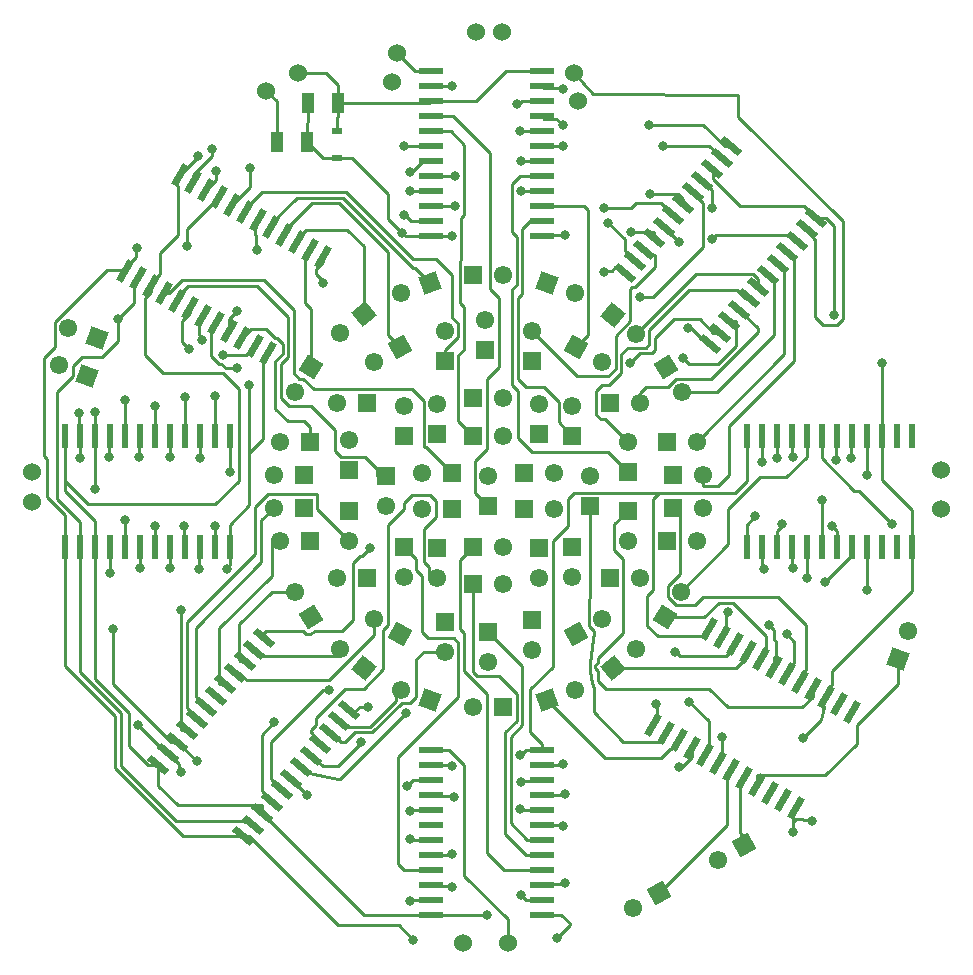
<source format=gbr>
G04*
G04 #@! TF.GenerationSoftware,Altium Limited,Altium Designer,23.1.1 (15)*
G04*
G04 Layer_Physical_Order=1*
G04 Layer_Color=255*
%FSLAX44Y44*%
%MOMM*%
G71*
G04*
G04 #@! TF.SameCoordinates,EA72E859-7E5F-47E5-BE6D-6BCC4CF4D1DD*
G04*
G04*
G04 #@! TF.FilePolarity,Positive*
G04*
G01*
G75*
%ADD29R,1.0557X1.6582*%
%ADD30R,0.8300X0.6300*%
%ADD31R,0.6000X2.0000*%
G04:AMPARAMS|DCode=32|XSize=2mm|YSize=0.6mm|CornerRadius=0mm|HoleSize=0mm|Usage=FLASHONLY|Rotation=60.000|XOffset=0mm|YOffset=0mm|HoleType=Round|Shape=Rectangle|*
%AMROTATEDRECTD32*
4,1,4,-0.2402,-1.0160,-0.7598,-0.7160,0.2402,1.0160,0.7598,0.7160,-0.2402,-1.0160,0.0*
%
%ADD32ROTATEDRECTD32*%

%ADD33R,2.0000X0.6000*%
G04:AMPARAMS|DCode=34|XSize=2mm|YSize=0.6mm|CornerRadius=0mm|HoleSize=0mm|Usage=FLASHONLY|Rotation=320.000|XOffset=0mm|YOffset=0mm|HoleType=Round|Shape=Rectangle|*
%AMROTATEDRECTD34*
4,1,4,-0.9589,0.4130,-0.5732,0.8726,0.9589,-0.4130,0.5732,-0.8726,-0.9589,0.4130,0.0*
%
%ADD34ROTATEDRECTD34*%

%ADD49C,0.2220*%
%ADD50C,0.2220*%
%ADD51C,1.5500*%
%ADD52P,2.1920X4X245.0*%
%ADD53C,1.5240*%
%ADD54R,1.5500X1.5500*%
%ADD55P,2.1920X4X115.0*%
%ADD56P,2.1920X4X255.0*%
%ADD57R,1.5500X1.5500*%
%ADD58P,2.1920X4X103.0*%
%ADD59P,2.1920X4X84.0*%
%ADD60P,2.1920X4X195.0*%
%ADD61P,2.1920X4X205.0*%
%ADD62P,2.1920X4X186.0*%
%ADD63P,2.1920X4X167.0*%
%ADD64C,0.8000*%
D29*
X-153670Y295910D02*
D03*
X-179195D02*
D03*
X-152525Y328930D02*
D03*
X-127000D02*
D03*
D30*
X-128270Y304800D02*
D03*
Y282500D02*
D03*
D31*
X-218900Y47000D02*
D03*
X-231600D02*
D03*
X-244300D02*
D03*
X-257000D02*
D03*
X-269700D02*
D03*
X-282400D02*
D03*
X-295100D02*
D03*
X-320500D02*
D03*
X-333200D02*
D03*
X-345900D02*
D03*
X-358600D02*
D03*
Y-47000D02*
D03*
X-345900D02*
D03*
X-333200D02*
D03*
X-320500D02*
D03*
X-295100D02*
D03*
X-282400D02*
D03*
X-269700D02*
D03*
X-257000D02*
D03*
X-244300D02*
D03*
X-231600D02*
D03*
X-307800D02*
D03*
Y47000D02*
D03*
X-218900Y-47000D02*
D03*
X358600D02*
D03*
X333200Y47000D02*
D03*
X218900D02*
D03*
X320500D02*
D03*
X269700D02*
D03*
X257000D02*
D03*
X307800D02*
D03*
X282400Y-47000D02*
D03*
X257000D02*
D03*
X244300Y47000D02*
D03*
X295100D02*
D03*
X269700Y-47000D02*
D03*
X244300D02*
D03*
X231600D02*
D03*
Y47000D02*
D03*
X282400D02*
D03*
X320500Y-47000D02*
D03*
X307800D02*
D03*
X295100D02*
D03*
X218900D02*
D03*
X333200D02*
D03*
X345900D02*
D03*
X358600Y47000D02*
D03*
X345900D02*
D03*
D32*
X260672Y-268098D02*
D03*
X285675Y-173992D02*
D03*
X186688Y-116841D02*
D03*
X-186688Y116842D02*
D03*
X274677Y-167642D02*
D03*
X230682Y-142241D02*
D03*
X219684Y-135892D02*
D03*
X263678Y-161292D02*
D03*
X194681Y-229998D02*
D03*
X172684Y-217298D02*
D03*
X208685Y-129542D02*
D03*
X252679Y-154942D02*
D03*
X183682Y-223648D02*
D03*
X161685Y-210948D02*
D03*
X150687Y-204599D02*
D03*
X197687Y-123191D02*
D03*
X241681Y-148592D02*
D03*
X227677Y-249048D02*
D03*
X216678Y-242698D02*
D03*
X205679Y-236348D02*
D03*
X139688Y-198248D02*
D03*
X238675Y-255398D02*
D03*
X249673Y-261749D02*
D03*
X307672Y-186691D02*
D03*
X296674Y-180341D02*
D03*
X-216678Y242698D02*
D03*
X-197687Y123191D02*
D03*
X-263678Y161292D02*
D03*
X-139688Y198248D02*
D03*
X-150687Y204599D02*
D03*
X-161685Y210948D02*
D03*
X-172683Y217298D02*
D03*
X-183682Y223648D02*
D03*
X-194681Y229998D02*
D03*
X-205679Y236348D02*
D03*
X-227677Y249049D02*
D03*
X-238675Y255398D02*
D03*
X-249673Y261749D02*
D03*
X-260672Y268099D02*
D03*
X-307672Y186692D02*
D03*
X-296674Y180341D02*
D03*
X-285675Y173992D02*
D03*
X-274676Y167642D02*
D03*
X-252679Y154942D02*
D03*
X-241681Y148592D02*
D03*
X-230682Y142241D02*
D03*
X-219684Y135892D02*
D03*
X-208685Y129542D02*
D03*
D33*
X45730Y-218900D02*
D03*
X-48270D02*
D03*
Y-231600D02*
D03*
Y-244300D02*
D03*
Y-257000D02*
D03*
Y-269700D02*
D03*
Y-282400D02*
D03*
Y-295100D02*
D03*
Y-307800D02*
D03*
Y-320500D02*
D03*
Y-333200D02*
D03*
Y-345900D02*
D03*
Y-358600D02*
D03*
X45730D02*
D03*
Y-345900D02*
D03*
Y-333200D02*
D03*
Y-320500D02*
D03*
Y-307800D02*
D03*
Y-295100D02*
D03*
Y-282400D02*
D03*
Y-269700D02*
D03*
Y-257000D02*
D03*
Y-244300D02*
D03*
Y-231600D02*
D03*
X-48270Y254000D02*
D03*
Y304800D02*
D03*
X45730Y266700D02*
D03*
Y292100D02*
D03*
Y228600D02*
D03*
Y241300D02*
D03*
Y254000D02*
D03*
Y304800D02*
D03*
Y317500D02*
D03*
X-48270D02*
D03*
Y292100D02*
D03*
Y279400D02*
D03*
Y266700D02*
D03*
Y241300D02*
D03*
Y228600D02*
D03*
X45730Y279400D02*
D03*
Y215900D02*
D03*
Y330200D02*
D03*
Y342900D02*
D03*
Y355600D02*
D03*
X-48270D02*
D03*
Y342900D02*
D03*
Y330200D02*
D03*
Y215900D02*
D03*
D34*
X-117747Y-184983D02*
D03*
X-189755Y-124561D02*
D03*
X-197919Y-134289D02*
D03*
X-206082Y-144018D02*
D03*
X-214245Y-153747D02*
D03*
X-222409Y-163476D02*
D03*
X-230572Y-173205D02*
D03*
X-238736Y-182934D02*
D03*
X-246899Y-192662D02*
D03*
X-255063Y-202391D02*
D03*
X-263226Y-212120D02*
D03*
X-271389Y-221848D02*
D03*
X-279553Y-231577D02*
D03*
X-207544Y-291999D02*
D03*
X-199381Y-282271D02*
D03*
X-191218Y-272542D02*
D03*
X-183054Y-262813D02*
D03*
X-174891Y-253084D02*
D03*
X-166728Y-243355D02*
D03*
X-158564Y-233627D02*
D03*
X-150400Y-223898D02*
D03*
X-142238Y-214169D02*
D03*
X-134074Y-204440D02*
D03*
X-125910Y-194712D02*
D03*
X115947Y184983D02*
D03*
X189418Y272542D02*
D03*
X197581Y282271D02*
D03*
X205745Y291999D02*
D03*
X277753Y231577D02*
D03*
X269590Y221849D02*
D03*
X261426Y212120D02*
D03*
X187955Y124561D02*
D03*
X228772Y173205D02*
D03*
X220609Y163476D02*
D03*
X140438Y214169D02*
D03*
X124110Y194712D02*
D03*
X132274Y204440D02*
D03*
X148601Y223898D02*
D03*
X156764Y233627D02*
D03*
X164928Y243355D02*
D03*
X253262Y202391D02*
D03*
X245099Y192662D02*
D03*
X212446Y153747D02*
D03*
X204282Y144018D02*
D03*
X196119Y134290D02*
D03*
X236936Y182933D02*
D03*
X173091Y253084D02*
D03*
X181254Y262813D02*
D03*
D49*
X-156454Y-236875D02*
D03*
X-189105Y-118760D02*
D03*
X-125618Y-139050D02*
D03*
D50*
X-210170Y-143368D02*
X-210170Y-143369D01*
X-65746Y228600D02*
X-48270D01*
X-70826Y233680D02*
X-65746Y228600D01*
X-71120Y233680D02*
X-70826D01*
X-231370Y-29440D02*
X-231140Y-29210D01*
X-231370Y-46770D02*
Y-29440D01*
X-231600Y-47000D02*
X-231370Y-46770D01*
X-24100Y159796D02*
X-20670Y156367D01*
X-24100Y159796D02*
Y194808D01*
X-22830Y196078D01*
Y231090D02*
X-20270Y233650D01*
X-22830Y196078D02*
Y231090D01*
X-69850Y215900D02*
X-30480D01*
X-320905Y29615D02*
Y46595D01*
X-321310Y29210D02*
X-320905Y29615D01*
Y46595D02*
X-320500Y47000D01*
X-295505Y29615D02*
Y46595D01*
X-295910Y29210D02*
X-295505Y29615D01*
Y46595D02*
X-295100Y47000D01*
X-269700D02*
X-269470Y46770D01*
Y29440D02*
Y46770D01*
Y29440D02*
X-269240Y29210D01*
X-244070Y28170D02*
Y46770D01*
X-244300Y47000D02*
X-244070Y46770D01*
Y28170D02*
X-243840Y27940D01*
X-218900Y-62246D02*
Y-28702D01*
X-221055Y-64401D02*
X-218900Y-62246D01*
X-221055Y-65965D02*
Y-64401D01*
X-245110Y-66040D02*
X-244705Y-65635D01*
Y-47405D02*
X-244300Y-47000D01*
X-244705Y-65635D02*
Y-47405D01*
X-257810Y-29210D02*
X-257405Y-29615D01*
Y-46595D02*
X-257000Y-47000D01*
X-257405Y-46595D02*
Y-29615D01*
X-269470Y-64540D02*
X-269240Y-64770D01*
X-269700Y-47000D02*
X-269470Y-47230D01*
Y-64540D02*
Y-47230D01*
X-282170Y-29440D02*
X-281940Y-29210D01*
X-282170Y-46770D02*
Y-29440D01*
X-282400Y-47000D02*
X-282170Y-46770D01*
X-307798Y-24385D02*
X-307797Y-24384D01*
X-307798Y-46999D02*
Y-24385D01*
X-307800Y-47000D02*
X-307798Y-46999D01*
X-294870Y-64540D02*
X-294640Y-64770D01*
X-295100Y-47000D02*
X-294870Y-47230D01*
Y-64540D02*
Y-47230D01*
X-346305Y47405D02*
Y65635D01*
X-346710Y66040D02*
X-346305Y65635D01*
Y47405D02*
X-345670Y46770D01*
Y28170D02*
Y46770D01*
Y28170D02*
X-345440Y27940D01*
X-261456Y-236384D02*
X-260350Y-237490D01*
X-272466Y-221848D02*
X-270689D01*
X-261456Y-231081D01*
Y-236384D02*
Y-231081D01*
X26670Y304800D02*
X45730D01*
X27940Y279400D02*
X45730D01*
X20290Y260320D02*
X26670Y266700D01*
X24100Y174468D02*
Y215489D01*
X20290Y219299D02*
X24100Y215489D01*
X27940Y254000D02*
X45730D01*
X20574Y170942D02*
X24100Y174468D01*
X20290Y219299D02*
Y260320D01*
X-66040Y254000D02*
X-48270D01*
X62394Y341466D02*
X63500Y340360D01*
X45730Y342900D02*
X47164Y341466D01*
X62394D01*
X-48270Y-307800D02*
X-48040Y-307570D01*
X-30710D01*
X-30480Y-307340D01*
X-48270Y-333200D02*
X-47230Y-334240D01*
X-31520D01*
X-30480Y-335280D01*
X-108757Y-54909D02*
X-106979D01*
X-100330Y-48260D01*
X-114300Y-60452D02*
X-108757Y-54909D01*
X-114300Y-108966D02*
Y-60452D01*
X244753Y-33671D02*
X248920Y-29504D01*
X244753Y-46547D02*
Y-33671D01*
X244300Y-47000D02*
X244753Y-46547D01*
X248920Y-29504D02*
Y-27940D01*
X134620Y-113792D02*
Y-88900D01*
X139700Y-83820D01*
X134620Y-113792D02*
X143510Y-122682D01*
X139700Y-83820D02*
Y-6350D01*
X92710Y-141478D02*
X114300Y-119888D01*
X89250Y-120299D02*
Y-118460D01*
X86101Y-151978D02*
X87950Y-161961D01*
X92710Y-159990D02*
Y-152291D01*
X90860Y-150007D02*
X92710Y-152291D01*
X86101Y-145231D02*
X88757Y-124999D01*
X90860Y-147203D02*
X92710Y-145353D01*
X85090Y-114300D02*
X88600Y-117810D01*
X92710Y-159990D02*
X93360Y-160640D01*
X87950Y-161961D02*
X89408Y-166178D01*
X93360Y-160640D02*
X100106Y-167386D01*
X92710Y-145353D02*
Y-141478D01*
X88757Y-124999D02*
X89250Y-120299D01*
X89408Y-187198D02*
Y-166178D01*
X90860Y-150007D02*
Y-147203D01*
X88600Y-117810D02*
X89250Y-118460D01*
X86101Y-151978D02*
Y-145231D01*
X257810Y-270960D02*
X260672Y-268098D01*
X257810Y-279976D02*
Y-270960D01*
X273454Y-278534D02*
X274320Y-279400D01*
X266991Y-278534D02*
X273454D01*
X265571Y-277114D02*
X266991Y-278534D01*
X260672Y-277114D02*
X265571D01*
X257810Y-288290D02*
Y-279976D01*
X260672Y-277114D01*
X213360Y-289673D02*
X216307Y-292620D01*
X213360Y-289673D02*
Y-246016D01*
X216678Y-242698D01*
X216307Y-299720D02*
Y-292620D01*
X35560Y-167640D02*
X54610Y-148590D01*
X35560Y-203962D02*
X45730Y-214132D01*
X35560Y-203962D02*
Y-167640D01*
X32401Y-218900D02*
X45730D01*
X26670Y-223520D02*
X27780D01*
X32401Y-218900D01*
X28980Y-245340D02*
X44690D01*
X45730Y-244300D01*
X27940Y-246380D02*
X28980Y-245340D01*
X19020Y-281148D02*
X32972Y-295100D01*
X45500Y-269470D02*
X45730Y-269700D01*
X26670Y-269240D02*
X26900Y-269470D01*
X14261Y-290056D02*
X32004Y-307800D01*
X19020Y-207802D02*
X28860Y-197962D01*
X19020Y-281148D02*
Y-207802D01*
X26900Y-269470D02*
X45500D01*
X14261Y-204119D02*
X24100Y-194280D01*
X14261Y-290056D02*
Y-204119D01*
X-48270Y-257000D02*
X-47230Y-258040D01*
X-30250D01*
X-29210Y-259080D01*
X-88900Y-150622D02*
Y-117094D01*
X-105410Y-167132D02*
X-88900Y-150622D01*
Y-117094D02*
X-85090Y-113284D01*
Y-28448D01*
X-117747Y-184983D02*
X-116334Y-186395D01*
X-112445D02*
X-108929Y-182880D01*
X-116334Y-186395D02*
X-112445D01*
X-108929Y-182880D02*
X-101600D01*
X-120904Y-212090D02*
X-112785Y-203971D01*
X-134074Y-204440D02*
X-132046D01*
X-124396Y-212090D01*
X-120904D01*
X-145400Y-211007D02*
Y-208930D01*
X-149541Y-204789D02*
X-145400Y-208930D01*
X-149141Y-201161D02*
X-146050Y-197477D01*
X-150059Y-204271D02*
Y-202432D01*
Y-204271D02*
X-149541Y-204789D01*
X-150059Y-202432D02*
X-149141Y-201161D01*
X-146050Y-197477D02*
Y-192024D01*
X-121158Y-167132D01*
X-145400Y-211007D02*
X-142238Y-214169D01*
X-140256Y-232410D02*
X-127254D01*
X-148768Y-223898D02*
X-140256Y-232410D01*
X-127254D02*
X-107696Y-212852D01*
X-150400Y-223898D02*
X-148768D01*
X-125606Y-243970D02*
X-69596Y-187960D01*
X-156001Y-237328D02*
X-126775Y-243970D01*
X-156630Y-236699D02*
X-156454Y-236875D01*
X-158564Y-233627D02*
X-156763Y-236488D01*
X-156630Y-236699D01*
X-126775Y-243970D02*
X-125606D01*
X-156454Y-236875D02*
X-156001Y-237328D01*
X-184150Y-243825D02*
Y-212344D01*
X-139954Y-168148D01*
X-184150Y-243825D02*
X-174891Y-253084D01*
X-191770Y-254097D02*
Y-206248D01*
Y-254097D02*
X-183054Y-262813D01*
X-191770Y-206248D02*
X-181102Y-195580D01*
X-189755Y-124561D02*
Y-119410D01*
X-146639Y-118110D02*
X-123444D01*
X-151279Y-121009D02*
X-146639Y-118110D01*
X-123444D02*
X-114300Y-108966D01*
X-156471Y-118110D02*
X-155642Y-118939D01*
X-188455Y-118110D02*
X-156471D01*
X-155200Y-119646D02*
X-153837Y-121009D01*
X-151279D01*
X-189105Y-118760D02*
X-188455Y-118110D01*
X-189755Y-119410D02*
X-189105Y-118760D01*
X-155642Y-118939D02*
X-155200Y-119646D01*
X-124968Y-138400D02*
Y-133875D01*
X-194411Y-139700D02*
X-193419D01*
X-201676Y-134289D02*
X-194411Y-139700D01*
X-125618Y-139050D02*
X-124968Y-138400D01*
X-126268Y-139700D02*
X-125618Y-139050D01*
X-193419Y-139700D02*
X-190829Y-139671D01*
X-190794Y-139700D01*
X-126268D01*
X-125149Y-133875D02*
X-124968D01*
X-201676Y-134289D02*
X-197919D01*
X-210820Y-112776D02*
X-183184Y-85140D01*
X-209520Y-144018D02*
X-206082D01*
X-210170Y-143369D02*
X-209520Y-144018D01*
X-211157Y-131671D02*
X-210820Y-132009D01*
X-211157Y-131671D02*
Y-128831D01*
X-210820Y-128429D01*
Y-112776D01*
Y-142718D02*
X-210170Y-143368D01*
X-210820Y-142718D02*
Y-132009D01*
X-210739Y-153747D02*
X-204466Y-160020D01*
X-135172D01*
X-96520Y-121368D01*
X-214245Y-153747D02*
X-210739D01*
X-247650Y-174020D02*
Y-115824D01*
X-192024Y-60198D01*
X-247650Y-174020D02*
X-238736Y-182934D01*
X-255270Y-110998D02*
X-197104Y-52832D01*
X-255270Y-183746D02*
X-246899Y-192116D01*
Y-192662D02*
Y-192116D01*
X-255270Y-183746D02*
Y-110998D01*
X97790Y185420D02*
X98896Y186526D01*
X107558Y189482D02*
X111448D01*
X104602Y186526D02*
X107558Y189482D01*
X111448D02*
X115947Y184983D01*
X98896Y186526D02*
X104602D01*
X194564Y107950D02*
X209804Y123190D01*
Y139519D02*
Y144018D01*
Y123190D02*
Y139519D01*
X165354Y112776D02*
X170180Y107950D01*
X194564D01*
X185319Y124561D02*
X187955D01*
X170270Y137166D02*
X172714D01*
X169164Y138272D02*
X170270Y137166D01*
X172714D02*
X185319Y124561D01*
X217534Y163476D02*
X220609D01*
X136549Y136398D02*
X170331Y170180D01*
X210830D02*
X217534Y163476D01*
X170331Y170180D02*
X210830D01*
X57770Y315610D02*
X63499Y309881D01*
Y309852D02*
Y309881D01*
X189230Y240135D02*
X189260Y240105D01*
X181610Y206502D02*
Y244275D01*
X189230Y240135D02*
Y254837D01*
X173091Y252795D02*
Y253084D01*
Y252795D02*
X181610Y244275D01*
X189260Y213868D02*
X189610D01*
X139700Y164592D02*
X181610Y206502D01*
X269590Y220203D02*
Y221849D01*
Y220203D02*
X276860Y212932D01*
Y147828D02*
Y212932D01*
Y147828D02*
X283718Y140970D01*
X255089Y216619D02*
X259588Y212120D01*
X252486Y217170D02*
X253037Y216619D01*
X189610Y213868D02*
X192912Y217170D01*
X253037Y216619D02*
X255089D01*
X192912Y217170D02*
X252486D01*
X259588Y212120D02*
X261426D01*
X63994Y216582D02*
X64676Y217264D01*
X124858Y243840D02*
X146551D01*
X45730Y215900D02*
X46412Y216582D01*
X121048Y240030D02*
X124858Y243840D01*
X97790Y240030D02*
X121048D01*
X46412Y216582D02*
X63994D01*
X120493Y171263D02*
X121793Y172563D01*
X128143Y164592D02*
X139700D01*
X107920Y131868D02*
X120493Y144441D01*
X121793Y172563D02*
X124049D01*
X120493Y144441D02*
Y171263D01*
X136774Y199941D02*
X140970D01*
X124049Y172563D02*
X140970Y189484D01*
Y199941D01*
X132274Y204440D02*
X136774Y199941D01*
X124110Y194712D02*
Y194959D01*
X101854Y227076D02*
X115570Y213360D01*
Y203499D02*
X124110Y194959D01*
X115570Y203499D02*
Y213360D01*
X-254000Y173990D02*
X-195326D01*
X-263678Y164312D02*
X-254000Y173990D01*
X-263678Y161292D02*
Y164312D01*
X-270256Y167640D02*
X-259146Y178750D01*
X-195326Y173990D02*
X-169230Y147894D01*
X-259146Y178750D02*
X-189926D01*
X-164471Y153295D01*
X-263534Y259048D02*
Y265237D01*
X-262890Y217238D02*
Y258404D01*
X-263534Y259048D02*
X-262890Y258404D01*
X-263534Y265237D02*
X-245364Y283407D01*
X-278130Y201998D02*
X-262890Y217238D01*
X-191201Y253299D02*
X-120142D01*
X-205679Y238820D02*
X-191201Y253299D01*
X-205679Y236348D02*
Y238820D01*
X-197489Y221354D02*
X-195580Y204470D01*
X-197489Y221354D02*
X-194681Y229998D01*
X-161685Y210948D02*
Y213384D01*
X-154089Y220980D01*
X-119126D01*
X-105410Y207264D01*
X-154825Y200460D02*
X-150687Y204599D01*
X-154825Y194363D02*
Y200460D01*
X-154940Y194248D02*
X-154825Y194363D01*
X-154940Y159256D02*
X-150370Y154686D01*
X-154940Y159256D02*
Y194248D01*
X-145927Y187897D02*
X-139688Y194137D01*
X-145927Y184321D02*
Y187897D01*
X-139688Y194137D02*
Y198248D01*
X-145927Y184321D02*
X-139700Y178094D01*
Y176530D02*
Y178094D01*
X-164699Y111907D02*
X-164471Y112135D01*
X-164699Y99929D02*
X-160020Y95250D01*
X-164471Y112135D02*
Y153295D01*
X-175230Y79098D02*
X-168522Y72390D01*
X-180086Y109982D02*
X-173990Y116078D01*
X-179070Y129540D02*
X-173990Y124460D01*
X-169230Y114107D02*
Y147894D01*
X-164699Y99929D02*
Y111907D01*
X-175230Y79098D02*
Y108107D01*
X-173990Y116078D02*
Y124460D01*
X-175230Y108107D02*
X-169230Y114107D01*
X-168522Y72390D02*
X-150368D01*
X-190500Y113030D02*
X-186688Y116842D01*
X-202184Y32766D02*
X-190500Y44450D01*
Y113030D01*
X-234950Y114912D02*
Y131891D01*
X-227959Y107920D02*
X-225903D01*
X-224790Y115570D02*
X-205308D01*
X-197687Y122979D02*
Y123191D01*
X-205308Y115570D02*
X-204387Y116491D01*
X-225903Y107920D02*
X-222123Y104140D01*
X-204175Y116491D02*
X-197687Y122979D01*
X-222123Y104140D02*
X-212598D01*
X-204387Y116491D02*
X-204175D01*
X-234950Y114912D02*
X-227959Y107920D01*
X-234950Y131891D02*
X-234821Y132020D01*
Y138103D01*
X-230682Y142241D01*
X-245180Y132415D02*
X-242600Y129834D01*
X-245180Y145092D02*
X-241681Y148592D01*
X-242600Y128270D02*
Y129834D01*
X-245180Y132415D02*
Y145092D01*
X-252679Y150992D02*
Y154942D01*
X-259080Y125984D02*
Y144591D01*
Y125984D02*
X-253492Y120396D01*
X-259080Y144591D02*
X-252679Y150992D01*
X-351790Y97790D02*
Y106172D01*
X-365252Y-6604D02*
Y84328D01*
X-351790Y97790D01*
X-300174Y159566D02*
Y175565D01*
X-313690Y127000D02*
Y146050D01*
X-300174Y159566D01*
X-300812Y176203D02*
X-300174Y175565D01*
X-326898Y113792D02*
X-313690Y127000D01*
X-344170Y113792D02*
X-326898D01*
X-285675Y169080D02*
Y173992D01*
X-290830Y115645D02*
Y163925D01*
Y115645D02*
X-275007Y99822D01*
X-290830Y163925D02*
X-285675Y169080D01*
X-298286Y204634D02*
X-297180Y205740D01*
X-298286Y198640D02*
Y204634D01*
X-307672Y189254D02*
X-298286Y198640D01*
X-307672Y186944D02*
Y189254D01*
X-285675Y176530D02*
X-278130Y184075D01*
Y201998D01*
X-300812Y176203D02*
X-296674Y180341D01*
X58420Y-378460D02*
Y-377889D01*
Y-379730D02*
Y-378460D01*
Y-377889D02*
X68931Y-367378D01*
X24130Y327660D02*
X25694D01*
X28234Y330200D01*
X45730D01*
X282400Y28091D02*
Y47000D01*
Y28091D02*
X309863Y629D01*
X294640Y26670D02*
X294870Y26900D01*
X309863Y629D02*
X313569D01*
X294870Y26900D02*
Y46770D01*
X295100Y47000D01*
X313569Y629D02*
X342138Y-27940D01*
X282582Y-46818D02*
Y-7167D01*
X282400Y-47000D02*
X282582Y-46818D01*
X307340Y27940D02*
X307570Y28170D01*
Y46770D02*
X307800Y47000D01*
X307570Y28170D02*
Y46770D01*
X282582Y-7167D02*
X282764Y-6985D01*
X257000Y47000D02*
X257405Y46595D01*
Y29615D02*
X257810Y29210D01*
X257405Y29615D02*
Y46595D01*
X257000Y-47000D02*
X257405Y-47405D01*
Y-64365D02*
X257810Y-64770D01*
X257405Y-64365D02*
Y-47405D01*
X231600Y-62396D02*
Y-47000D01*
Y-62396D02*
X233680Y-64476D01*
Y-66040D02*
Y-64476D01*
X290830Y-29401D02*
Y-29210D01*
X295100Y-47000D02*
Y-33671D01*
X290830Y-29401D02*
X295100Y-33671D01*
X190500Y264414D02*
Y272542D01*
X-262933Y-265938D02*
X-191218D01*
X288290Y-172720D02*
Y-166465D01*
X283589Y-181385D02*
X284010Y-181628D01*
X283589Y-181385D02*
X285675Y-173992D01*
X281964Y-193524D02*
X284010Y-182756D01*
Y-181628D01*
X266954Y-208534D02*
X281964Y-193524D01*
X290830Y-163925D02*
Y-151844D01*
X358600Y-84074D01*
X288290Y-166465D02*
X290830Y-163925D01*
X202767Y-103493D02*
Y-101929D01*
X197687Y-123191D02*
X201168Y-119710D01*
Y-105091D01*
X202767Y-103493D01*
X259080Y-144591D02*
Y-127454D01*
X252679Y-154942D02*
Y-150992D01*
X259080Y-144591D01*
X252679Y-121053D02*
X259080Y-127454D01*
X245475Y-89519D02*
X269240Y-113284D01*
X263678Y-161292D02*
Y-156503D01*
X269240Y-150941D02*
Y-113284D01*
X263678Y-156503D02*
X269240Y-150941D01*
X241681Y-125254D02*
Y-117474D01*
Y-125254D02*
X243840Y-127413D01*
X241681Y-148592D02*
Y-140813D01*
X243840Y-138653D01*
X234821Y-138103D02*
Y-132020D01*
X234950Y-131891D01*
X207010Y-94279D02*
X234950Y-122219D01*
X230682Y-142241D02*
X234821Y-138103D01*
X234950Y-131891D02*
Y-122219D01*
X105410Y-149860D02*
X209550D01*
X219684Y-139726D02*
Y-135892D01*
X209550Y-149860D02*
X219684Y-139726D01*
X208685Y-132230D02*
Y-129542D01*
X162178Y-139700D02*
X201215D01*
X208685Y-132230D01*
X158622Y-136144D02*
X162178Y-139700D01*
X157988Y-136144D02*
X158622D01*
X154171Y-218462D02*
X154384D01*
X146573Y-226060D02*
X154171Y-218462D01*
X99060Y-226060D02*
X146573D01*
X161685Y-211160D02*
Y-210948D01*
X154384Y-218462D02*
X161685Y-211160D01*
X49530Y-176530D02*
X99060Y-226060D01*
X186690Y-220641D02*
Y-194564D01*
X170180Y-178054D02*
X186690Y-194564D01*
X183682Y-223648D02*
X186690Y-220641D01*
X198150Y-226528D02*
Y-208310D01*
X198120Y-208280D02*
X198150Y-208310D01*
X194681Y-229998D02*
X198150Y-226528D01*
X142714Y-195222D02*
Y-180814D01*
X139688Y-198248D02*
X142714Y-195222D01*
X142240Y-180340D02*
X142714Y-180814D01*
X45730Y-257000D02*
X64310D01*
X64770Y-256540D01*
X63270Y-231370D02*
X63500Y-231140D01*
X45960Y-231370D02*
X63270D01*
X45730Y-231600D02*
X45960Y-231370D01*
X46135Y-282805D02*
X63095D01*
X63500Y-283210D01*
X45730Y-282400D02*
X46135Y-282805D01*
X45730Y-333200D02*
X46595Y-332335D01*
X63905D01*
X64770Y-331470D01*
X32401Y-345900D02*
X45730D01*
X28131Y-341630D02*
X32401Y-345900D01*
X27940Y-341630D02*
X28131D01*
X-66040Y-346710D02*
X-65635Y-346305D01*
X-48675D02*
X-48270Y-345900D01*
X-65635Y-346305D02*
X-48675D01*
X-48500Y-294870D02*
X-48270Y-295100D01*
X-65810Y-294870D02*
X-48500D01*
X-66040Y-294640D02*
X-65810Y-294870D01*
X-48675Y-270105D02*
X-48270Y-269700D01*
X-66040Y-270510D02*
X-65635Y-270105D01*
X-48675D01*
X-30885Y-232005D02*
X-30480Y-232410D01*
X-47865Y-232005D02*
X-30885D01*
X-48270Y-218900D02*
X-33172D01*
X-20574Y-325374D02*
Y-231498D01*
X-48270Y-231600D02*
X-47865Y-232005D01*
X-33172Y-218900D02*
X-20574Y-231498D01*
X-63054Y271616D02*
X-55270Y279400D01*
X-64934Y271616D02*
X-63054D01*
X-55270Y279400D02*
X-48270D01*
X-66040Y270510D02*
X-64934Y271616D01*
X-46990Y342900D02*
X-30480D01*
X45730Y292100D02*
X63500D01*
X45730Y317500D02*
X47620Y315610D01*
X57770D01*
X-127000Y328930D02*
X-49540D01*
X-48270Y330200D01*
X-75692Y-367538D02*
X-63379Y-379851D01*
X-127153Y-367538D02*
X-75692D01*
X61991Y-358600D02*
X68931Y-365539D01*
X45730Y-358600D02*
X61991D01*
X68931Y-367378D02*
Y-365539D01*
X-358600Y8334D02*
Y47000D01*
Y0D02*
Y8334D01*
X72390Y-1270D02*
X144780D01*
X-72898Y218948D02*
X-69850Y215900D01*
X-84773Y230823D02*
X-72898Y218948D01*
X-202184Y32766D02*
Y89662D01*
X120650Y219710D02*
X140438D01*
X-94234Y12700D02*
Y19050D01*
X-322744Y186944D02*
X-307672D01*
X-49784Y-73660D02*
Y-64486D01*
X-260350Y-202391D02*
Y-100838D01*
X-78232Y-177367D02*
Y-167843D01*
X-183134Y-71374D02*
Y-41910D01*
X-227838Y-163476D02*
Y-116078D01*
X227677Y-240284D02*
X285496D01*
X333200Y47000D02*
Y108760D01*
X292608Y149352D02*
Y224719D01*
X285750Y231577D02*
X292608Y224719D01*
X277753Y231577D02*
X285750D01*
X-358600Y8334D02*
X-339090Y-11176D01*
X-231140D01*
X-211074Y8890D01*
Y86360D01*
X-224536Y99822D02*
X-211074Y86360D01*
X-275007Y99822D02*
X-224536D01*
X-333200Y-159094D02*
Y-47000D01*
Y-159094D02*
X-304485Y-187809D01*
Y-215382D02*
Y-187809D01*
Y-215382D02*
X-288290Y-231577D01*
X-279553D01*
X181610Y4064D02*
Y13970D01*
Y4064D02*
X194310D01*
X203962Y13716D01*
Y55634D01*
X258826Y110498D01*
Y196827D01*
X253262Y202391D02*
X258826Y196827D01*
X45730Y-218900D02*
Y-214132D01*
X54610Y-148590D02*
Y-41910D01*
X67310Y-29210D01*
Y-6350D01*
X72390Y-1270D01*
X-140260Y282500D02*
X-128270D01*
X-153670Y295910D02*
X-140260Y282500D01*
X-48270Y266700D02*
X-27940D01*
X148601Y223898D02*
X161846Y210652D01*
X120396Y108966D02*
X128245Y116815D01*
X138430D01*
X141309Y119694D01*
Y129879D01*
X157352Y145922D01*
X179122D01*
X190754Y134290D01*
X196119D01*
X181254Y262813D02*
X189230Y254837D01*
X-48270Y241300D02*
X-27940D01*
X107920Y103856D02*
Y131868D01*
X101854Y97790D02*
X107920Y103856D01*
X74930Y97790D02*
X101854D01*
X36830Y135890D02*
X74930Y97790D01*
X26670Y266700D02*
X45730D01*
X20574Y89662D02*
Y170942D01*
Y89662D02*
X25146Y85090D01*
Y44704D02*
Y85090D01*
Y44704D02*
X36830Y33020D01*
X101600D01*
X118110Y16510D01*
X125149Y132975D02*
X176070Y183896D01*
X224282D01*
X228772Y179406D01*
Y173205D02*
Y179406D01*
X-263226Y-212120D02*
X-246888Y-228458D01*
X-230378Y263695D02*
Y271272D01*
X-238675Y255398D02*
X-230378Y263695D01*
X283718Y140970D02*
X295402D01*
X300482Y146050D01*
Y228600D01*
X211836Y317246D02*
X300482Y228600D01*
X211836Y317246D02*
Y335534D01*
X89154Y336296D02*
X211836Y335534D01*
X72390Y354330D02*
X89154Y336296D01*
X-233426Y284217D02*
Y290068D01*
X-249673Y267970D02*
X-233426Y284217D01*
X-249673Y261749D02*
Y267970D01*
X-258165Y-291999D02*
X-207544D01*
X-315976Y-234188D02*
X-258165Y-291999D01*
X-315976Y-234188D02*
Y-190572D01*
X-358600Y-147948D02*
X-315976Y-190572D01*
X-358600Y-147948D02*
Y-47000D01*
X-207544Y-291999D02*
X-202692D01*
X-127153Y-367538D01*
X-345900Y-47000D02*
Y-25956D01*
X-365252Y-6604D02*
X-345900Y-25956D01*
X-351790Y106172D02*
X-344170Y113792D01*
X-345900Y-153125D02*
Y-47000D01*
Y-153125D02*
X-311216Y-187809D01*
Y-232216D02*
Y-187809D01*
Y-232216D02*
X-264286Y-279146D01*
X-207849D01*
X-199381Y-282271D01*
X-282400Y47000D02*
Y72390D01*
X-282448Y72438D02*
X-282400Y72390D01*
X-255016Y207518D02*
Y221709D01*
X-227677Y249049D01*
X-201930Y257446D02*
Y274066D01*
X-216678Y242698D02*
X-201930Y257446D01*
X-107696Y-212852D02*
Y-212598D01*
X-139954Y-168148D02*
X-134874D01*
X-49784Y-73660D02*
X-43180D01*
X-54580Y-59690D02*
X-49784Y-64486D01*
X-54580Y-59690D02*
Y-31750D01*
X-44450Y-21620D01*
Y-8382D01*
X-49530Y-3302D02*
X-44450Y-8382D01*
X-64770Y-3302D02*
X-49530D01*
X-71374Y-9906D02*
X-64770Y-3302D01*
X-71374Y-14732D02*
Y-9906D01*
X-85090Y-28448D02*
X-71374Y-14732D01*
X-121158Y-167132D02*
X-105410D01*
X-71374Y-320500D02*
X-48270D01*
X-76454Y-315420D02*
X-71374Y-320500D01*
X-76454Y-315420D02*
Y-225014D01*
X-25430Y-173990D01*
Y-128240D01*
X-29210Y-124460D02*
X-25430Y-128240D01*
X-50800Y-124460D02*
X-29210D01*
X-56388Y-118872D02*
X-50800Y-124460D01*
X-56388Y-118872D02*
Y-71374D01*
X-60960Y-66802D02*
X-56388Y-71374D01*
X-60960Y-66802D02*
Y-57150D01*
X-71120Y-46990D02*
X-60960Y-57150D01*
X-260350Y-202391D02*
X-255063D01*
X-166728Y-243355D02*
X-153035Y-257048D01*
X172684Y-224898D02*
Y-217298D01*
X163830Y-233752D02*
X172684Y-224898D01*
X161362Y-233752D02*
X163830D01*
X181773Y-89519D02*
X245475D01*
X174752Y-96540D02*
X181773Y-89519D01*
X158598Y-96540D02*
X174752D01*
X151920Y-89862D02*
X158598Y-96540D01*
X151920Y-89862D02*
Y-80417D01*
X162560Y-69777D01*
Y-20320D01*
X156210Y-13970D02*
X162560Y-20320D01*
X269700Y29210D02*
Y47000D01*
X252428Y11938D02*
X269700Y29210D01*
X230124Y11938D02*
X252428D01*
X203454Y-14732D02*
X230124Y11938D01*
X203454Y-45006D02*
Y-14732D01*
X163320Y-85140D02*
X203454Y-45006D01*
X320500Y-83475D02*
Y-47000D01*
X307800Y-54102D02*
Y-47000D01*
X284988Y-76914D02*
X307800Y-54102D01*
X218900Y-28194D02*
X226245Y-20849D01*
X218900Y-47000D02*
Y-28194D01*
X-307672Y186692D02*
Y186944D01*
X-366738Y142950D02*
X-322744Y186944D01*
X-366738Y122212D02*
Y142950D01*
X-376174Y112776D02*
X-366738Y122212D01*
X-376174Y30226D02*
Y112776D01*
Y30226D02*
X-373634Y27686D01*
Y-5032D02*
Y27686D01*
Y-5032D02*
X-358600Y-20066D01*
Y-47000D02*
Y-20066D01*
X-219684Y135892D02*
Y145568D01*
X-212852Y152400D01*
X-94234Y12700D02*
X-86360D01*
X-104394Y29210D02*
X-94234Y19050D01*
X-124460Y29210D02*
X-104394D01*
X-129540Y34290D02*
X-124460Y29210D01*
X-129540Y34290D02*
Y51562D01*
X-150368Y72390D02*
X-129540Y51562D01*
X-274676Y167640D02*
Y167642D01*
Y167640D02*
X-270256D01*
X-160020Y95250D02*
X-156464D01*
X-147574Y86360D01*
X-64770D01*
X-54610Y76200D01*
Y37084D02*
Y76200D01*
Y37084D02*
X-52324D01*
X-30480Y15240D01*
X237490Y-113284D02*
X241681Y-117474D01*
X243840Y-138653D02*
Y-127413D01*
X149860Y-106680D02*
X182671D01*
X195072Y-94279D01*
X207010D01*
X-78232Y-167843D02*
X-73398D01*
X-100076Y-199211D02*
X-78232Y-177367D01*
X-120548Y-199211D02*
X-100076D01*
X-125910Y-194712D02*
X-120548Y-199211D01*
X-54610Y-135890D02*
X-36830D01*
X-60960Y-142240D02*
X-54610Y-135890D01*
X-60960Y-173990D02*
Y-142240D01*
X-66213Y-179243D02*
X-60960Y-173990D01*
X-73376Y-179243D02*
X-66213D01*
X-98104Y-203971D02*
X-73376Y-179243D01*
X-112785Y-203971D02*
X-98104D01*
X13160Y-320500D02*
X45730D01*
X-1270Y-306070D02*
X13160Y-320500D01*
X-1270Y-306070D02*
Y-171450D01*
X-20670Y-152050D02*
X-1270Y-171450D01*
X-20670Y-152050D02*
Y-119923D01*
X-24130Y-116463D02*
X-20670Y-119923D01*
X-24130Y-116463D02*
Y-58420D01*
X-12700Y-46990D01*
X-218900Y-28702D02*
X-202184Y-11986D01*
Y32766D01*
X-151130Y41910D02*
Y54102D01*
X-156210Y59182D02*
X-151130Y54102D01*
X-169418Y59182D02*
X-156210D01*
X-180086Y69850D02*
X-169418Y59182D01*
X-180086Y69850D02*
Y109982D01*
Y129540D02*
X-179070D01*
X-188214Y137668D02*
X-180086Y129540D01*
X-200559Y137668D02*
X-188214D01*
X-208685Y129542D02*
X-200559Y137668D01*
X59720Y58390D02*
X71120Y46990D01*
X59720Y58390D02*
Y75662D01*
X46990Y88392D02*
X59720Y75662D01*
X31750Y88392D02*
X46990D01*
X25400Y94742D02*
X31750Y88392D01*
X25400Y94742D02*
Y163260D01*
X28860Y166720D01*
Y222250D01*
X35210Y228600D01*
X45730D01*
X136549Y124775D02*
Y136398D01*
X133350Y121575D02*
X136549Y124775D01*
X118110Y121575D02*
X133350D01*
X112680Y116145D02*
X118110Y121575D01*
X112680Y100488D02*
Y116145D01*
X102362Y90170D02*
X112680Y100488D01*
X96520Y90170D02*
X102362D01*
X91440Y85090D02*
X96520Y90170D01*
X91440Y64770D02*
Y85090D01*
Y64770D02*
X95250Y60960D01*
X99060D01*
X118110Y41910D01*
X140438Y214169D02*
Y219710D01*
X204282Y144018D02*
X209804D01*
X163830Y83820D02*
X193802D01*
X242062Y132080D01*
Y177807D01*
X236936Y182933D02*
X242062Y177807D01*
X128270Y74930D02*
Y83312D01*
X133350Y88392D01*
X152280D01*
X159138Y95250D01*
X188596D01*
X228346Y135000D01*
Y137847D01*
X212446Y153747D02*
X228346Y137847D01*
X-245364Y283407D02*
Y284226D01*
X333200Y9398D02*
Y47000D01*
Y9398D02*
X358600Y-16002D01*
Y-47000D02*
Y-16002D01*
X-307800Y47000D02*
Y76962D01*
X244300Y27940D02*
Y47000D01*
X-172683Y217298D02*
Y220509D01*
X-149439Y243753D01*
X-126405D01*
X-85090Y202438D01*
Y132490D02*
Y202438D01*
Y132490D02*
X-74520Y121920D01*
X-84773Y230823D02*
Y251703D01*
X-115570Y282500D02*
X-84773Y251703D01*
X-128270Y282500D02*
X-115570D01*
X-333200Y47000D02*
Y67310D01*
X146551Y243840D02*
X156764Y233627D01*
X189418Y272542D02*
X190500D01*
Y264414D02*
X213046Y241868D01*
X267462D01*
X277753Y231577D01*
X218900Y8890D02*
Y47000D01*
X208740Y-1270D02*
X218900Y8890D01*
X144780Y-1270D02*
X208740D01*
X139700Y-6350D02*
X144780Y-1270D01*
X143510Y-122682D02*
X180847D01*
X186688Y-116841D01*
X147186Y-210660D02*
X150687Y-204599D01*
X147186Y-212090D02*
Y-210660D01*
X114300Y-212090D02*
X147186D01*
X89408Y-187198D02*
X114300Y-212090D01*
X85090Y-114300D02*
Y-91440D01*
X86360Y-90170D01*
Y-12700D01*
X274677Y-173990D02*
Y-167642D01*
X265787Y-182880D02*
X274677Y-173990D01*
X202692Y-182880D02*
X265787D01*
X187198Y-167386D02*
X202692Y-182880D01*
X100106Y-167386D02*
X187198D01*
X114300Y-119888D02*
Y-57658D01*
X106680Y-50038D02*
X114300Y-57658D01*
X106680Y-50038D02*
Y-27940D01*
X118110Y-16510D01*
X231600Y24384D02*
Y47000D01*
X-68580Y-249380D02*
X-63500Y-244300D01*
X-48270D01*
X-192024Y-60198D02*
Y-24384D01*
X-181610Y-13970D01*
X-197104Y-52832D02*
Y-12954D01*
X-186690Y-2540D01*
X-144780D01*
Y-15240D02*
Y-2540D01*
Y-15240D02*
X-118110Y-41910D01*
X-320500Y-69596D02*
Y-47000D01*
X0Y-119380D02*
X28860Y-148240D01*
Y-197962D02*
Y-148240D01*
X32972Y-295100D02*
X45730D01*
X32004Y-307800D02*
X45730D01*
X24100Y-194280D02*
Y-171480D01*
X8830Y-156210D02*
X24100Y-171480D01*
X-9652Y-156210D02*
X8830D01*
X-12700Y-153162D02*
X-9652Y-156210D01*
X-12700Y-153162D02*
Y-78740D01*
X-36830Y110490D02*
Y119410D01*
X-25430Y130810D01*
Y142016D01*
X-30734Y147320D02*
X-25430Y142016D01*
X-30734Y147320D02*
Y183134D01*
X-44450Y196850D02*
X-30734Y183134D01*
X-63693Y196850D02*
X-44450D01*
X-120142Y253299D02*
X-63693Y196850D01*
X-257000Y47000D02*
Y80010D01*
X-333200Y2286D02*
Y47000D01*
X-317246Y-163576D02*
Y-116332D01*
Y-163576D02*
X-268702Y-212120D01*
X-263226D01*
X-191218Y-272542D02*
Y-265938D01*
X-279553Y-249318D02*
X-262933Y-265938D01*
X-279553Y-249318D02*
Y-231577D01*
X148336Y292608D02*
X187244D01*
X197581Y282271D01*
X-105160Y-358600D02*
X-48270D01*
X-191218Y-272542D02*
X-105160Y-358600D01*
X135890Y310134D02*
X182271D01*
X200406Y291999D01*
X205745D01*
X-296672Y-197642D02*
X-272466Y-221848D01*
X-183682Y223648D02*
Y226909D01*
X-162052Y248539D01*
X-123063D01*
X-63246Y188722D01*
X-61722D01*
X-49530Y176530D01*
X-25146Y59436D02*
X-12700Y46990D01*
X-25146Y59436D02*
Y115254D01*
X-20670Y119730D01*
Y156367D01*
X-20270Y233650D02*
Y293574D01*
X-31496Y304800D02*
X-20270Y293574D01*
X-48270Y304800D02*
X-31496D01*
X-105410Y149860D02*
Y207264D01*
X245099Y192662D02*
X250462Y188163D01*
Y115842D02*
Y188163D01*
X176530Y41910D02*
X250462Y115842D01*
X164928Y243355D02*
Y247314D01*
X160528Y251714D02*
X164928Y247314D01*
X136906Y251714D02*
X160528D01*
X-71374Y292100D02*
X-48270D01*
X358600Y-84074D02*
Y-47000D01*
X346710Y-163576D02*
Y-142240D01*
X312166Y-198120D02*
X346710Y-163576D01*
X312166Y-213614D02*
Y-198120D01*
X285496Y-240284D02*
X312166Y-213614D01*
X227677Y-249048D02*
Y-240284D01*
X-161290Y354330D02*
X-137160D01*
X-127000Y344170D01*
Y328930D02*
Y344170D01*
X-183184Y-85140D02*
X-163320D01*
X202179Y-242410D02*
X205679Y-236348D01*
X202179Y-282961D02*
Y-242410D01*
X144780Y-340360D02*
X202179Y-282961D01*
X-231600Y47000D02*
Y80518D01*
X-62230Y355600D02*
X-48270D01*
X-77470Y370840D02*
X-62230Y355600D01*
X320500Y14176D02*
Y47000D01*
X16510Y-382270D02*
Y-362458D01*
X-20574Y-325374D02*
X16510Y-362458D01*
X-96520Y-121368D02*
Y-107950D01*
X-183134Y-41910D02*
X-176530D01*
X-227838Y-116078D02*
X-183134Y-71374D01*
X-227838Y-163476D02*
X-222409D01*
X45730Y241300D02*
X81280D01*
X84836Y237744D01*
Y132233D02*
Y237744D01*
X74523Y121920D02*
X84836Y132233D01*
X-48270Y-358600D02*
X-1270D01*
X-333200Y-47000D02*
Y-25400D01*
X-358600Y0D02*
X-333200Y-25400D01*
X-48270Y330200D02*
X-10160D01*
X15240Y355600D01*
X45730D01*
X-179195Y295910D02*
Y330325D01*
X-187960Y339090D02*
X-179195Y330325D01*
X-218900Y16510D02*
Y47000D01*
X-11430Y-1270D02*
X0Y-12700D01*
X-11430Y-1270D02*
Y25400D01*
X-1270Y35560D01*
Y94996D01*
X8890Y105156D01*
Y163830D01*
X1270Y171450D02*
X8890Y163830D01*
X1270Y171450D02*
Y286258D01*
X-29972Y317500D02*
X1270Y286258D01*
X-48270Y317500D02*
X-29972D01*
X269700Y-73406D02*
Y-47000D01*
X-127000Y317500D02*
Y328930D01*
X-128270Y316230D02*
X-127000Y317500D01*
X-128270Y304800D02*
Y316230D01*
X-152525Y312803D02*
Y328930D01*
X-153670Y311658D02*
X-152525Y312803D01*
X-153670Y295910D02*
Y311658D01*
X-150370Y105360D02*
Y154686D01*
D51*
X-73398Y167843D02*
D03*
X-118110Y-41910D02*
D03*
X355397Y-118372D02*
D03*
X43180Y-73660D02*
D03*
X194310Y-312420D02*
D03*
X122783Y-353060D02*
D03*
X55880Y-15240D02*
D03*
X86360Y12700D02*
D03*
X71120Y-72390D02*
D03*
X118110Y-41910D02*
D03*
X128270Y-73660D02*
D03*
X96517Y-107950D02*
D03*
X36830Y-134620D02*
D03*
X181610Y-13970D02*
D03*
X176530Y-41910D02*
D03*
X163320Y-85140D02*
D03*
X125149Y-133875D02*
D03*
X73398Y-167843D02*
D03*
X-86360Y-12700D02*
D03*
X12700Y-46990D02*
D03*
X-55880Y-15240D02*
D03*
X12700Y-78740D02*
D03*
X-43180Y-73660D02*
D03*
X-71120Y-72390D02*
D03*
X0Y-144780D02*
D03*
X-36830Y-135890D02*
D03*
X-96520Y-107950D02*
D03*
X-128270Y-73660D02*
D03*
X-12700Y-182880D02*
D03*
X-73398Y-167843D02*
D03*
X-125149Y-133875D02*
D03*
X-163320Y-85140D02*
D03*
X-176530Y-41910D02*
D03*
X-181610Y-13970D02*
D03*
X-355338Y138227D02*
D03*
X-363220Y106680D02*
D03*
X96520Y109220D02*
D03*
X163830Y83820D02*
D03*
X125149Y132975D02*
D03*
X73398Y167843D02*
D03*
X181610Y13970D02*
D03*
X176530Y41910D02*
D03*
X118110D02*
D03*
X128270Y74930D02*
D03*
X71120Y72390D02*
D03*
X36830Y135890D02*
D03*
X43180Y73660D02*
D03*
X55880Y15240D02*
D03*
X-2540Y144780D02*
D03*
X12700Y78740D02*
D03*
Y46990D02*
D03*
X0Y12700D02*
D03*
X-55880Y15240D02*
D03*
X-71120Y72390D02*
D03*
X12700Y182880D02*
D03*
X-43180Y73660D02*
D03*
X-118110Y43180D02*
D03*
X-128270Y74930D02*
D03*
X-96517Y109220D02*
D03*
X-36830Y135890D02*
D03*
X-181610Y13970D02*
D03*
X-176530Y41910D02*
D03*
X-163830Y83820D02*
D03*
X-125149Y133875D02*
D03*
D52*
X-49530Y176530D02*
D03*
X49530Y-176530D02*
D03*
D53*
X383540Y17780D02*
D03*
Y-15240D02*
D03*
X-21590Y-382270D02*
D03*
X16510D02*
D03*
X-386080Y16510D02*
D03*
X-81280Y346710D02*
D03*
X-77470Y370840D02*
D03*
X72390Y354330D02*
D03*
X76200Y330200D02*
D03*
X-386080Y-8890D02*
D03*
X11430Y388620D02*
D03*
X-10160D02*
D03*
X-187960Y339090D02*
D03*
X-161290Y354330D02*
D03*
D54*
X-118110Y-16510D02*
D03*
X43180Y-48260D02*
D03*
X86360Y-12700D02*
D03*
X71120Y-46990D02*
D03*
X118110Y-16510D02*
D03*
X36830Y-109220D02*
D03*
X-86360Y12700D02*
D03*
X-43180Y-48260D02*
D03*
X-71120Y-46990D02*
D03*
X0Y-119380D02*
D03*
X-36830Y-110490D02*
D03*
X-43180Y48260D02*
D03*
X118110Y16510D02*
D03*
X71120Y46990D02*
D03*
X36830Y110490D02*
D03*
X43180Y48260D02*
D03*
X-2540Y119380D02*
D03*
X0Y-12700D02*
D03*
X-71120Y46990D02*
D03*
X-118110Y17780D02*
D03*
X-36830Y110490D02*
D03*
D55*
X346710Y-142240D02*
D03*
D56*
X216307Y-299720D02*
D03*
X144780Y-340360D02*
D03*
X74520Y-120650D02*
D03*
X-74520Y121920D02*
D03*
D57*
X30480Y-15240D02*
D03*
X102870Y-73660D02*
D03*
X156210Y-13970D02*
D03*
X151130Y-41910D02*
D03*
X-12700Y-46990D02*
D03*
X-30480Y-15240D02*
D03*
X-12700Y-78740D02*
D03*
X-102870Y-73660D02*
D03*
X12700Y-182880D02*
D03*
X-151130Y-41910D02*
D03*
X-156210Y-13970D02*
D03*
X156210Y13970D02*
D03*
X151130Y41910D02*
D03*
X102870Y74930D02*
D03*
X30480Y15240D02*
D03*
X-12700Y78740D02*
D03*
Y46990D02*
D03*
X-30480Y15240D02*
D03*
X-12700Y182880D02*
D03*
X-102870Y74930D02*
D03*
X-156210Y13970D02*
D03*
X-151130Y41910D02*
D03*
D58*
X149860Y-106680D02*
D03*
X-150370Y105360D02*
D03*
D59*
X105410Y-149860D02*
D03*
X-105410Y149860D02*
D03*
D60*
X-74523Y-120650D02*
D03*
X74523Y121920D02*
D03*
D61*
X-49530Y-176530D02*
D03*
X-331470Y129540D02*
D03*
X-339352Y97993D02*
D03*
X49530Y176530D02*
D03*
D62*
X-105410Y-149860D02*
D03*
X105410Y148960D02*
D03*
D63*
X-149860Y-106680D02*
D03*
X150370Y105360D02*
D03*
D64*
X-71120Y233680D02*
D03*
X-231140Y-29210D02*
D03*
X-30480Y215900D02*
D03*
X-321310Y29210D02*
D03*
X-295910D02*
D03*
X-269240D02*
D03*
X-243840Y27940D02*
D03*
X-221055Y-65965D02*
D03*
X-245110Y-66040D02*
D03*
X-257810Y-29210D02*
D03*
X-269240Y-64770D02*
D03*
X-281940Y-29210D02*
D03*
X-294640Y-64770D02*
D03*
X-307797Y-24384D02*
D03*
X-346710Y66040D02*
D03*
X-345440Y27940D02*
D03*
X-260350Y-237490D02*
D03*
X26670Y304800D02*
D03*
X27940Y279400D02*
D03*
Y254000D02*
D03*
X-66040D02*
D03*
X63500Y340360D02*
D03*
X-30480Y-307340D02*
D03*
Y-335280D02*
D03*
X-100330Y-48260D02*
D03*
X248920Y-27940D02*
D03*
X274320Y-279400D02*
D03*
X257810Y-288290D02*
D03*
X26670Y-223520D02*
D03*
X27940Y-246380D02*
D03*
X26670Y-269240D02*
D03*
X-29210Y-259080D02*
D03*
X-101600Y-182880D02*
D03*
X97790Y185420D02*
D03*
X63499Y309852D02*
D03*
X189260Y213868D02*
D03*
Y240105D02*
D03*
X97790Y240030D02*
D03*
X64676Y217264D02*
D03*
X128143Y164592D02*
D03*
X-195580Y204470D02*
D03*
X-139700Y176530D02*
D03*
X-224790Y115570D02*
D03*
X-242600Y128270D02*
D03*
X-313690Y146050D02*
D03*
X-297180Y205740D02*
D03*
X24130Y327660D02*
D03*
X294640Y26670D02*
D03*
X307340Y27940D02*
D03*
X282764Y-6985D02*
D03*
X257810Y29210D02*
D03*
Y-64770D02*
D03*
X233680Y-66040D02*
D03*
X290830Y-29210D02*
D03*
X198120Y-208280D02*
D03*
X142240Y-180340D02*
D03*
X64770Y-256540D02*
D03*
X63500Y-231140D02*
D03*
Y-283210D02*
D03*
X64770Y-331470D02*
D03*
X27940Y-341630D02*
D03*
X-66040Y-346710D02*
D03*
Y-294640D02*
D03*
Y-270510D02*
D03*
X-30480Y-232410D02*
D03*
X-66040Y270510D02*
D03*
X-30480Y342900D02*
D03*
X63500Y292100D02*
D03*
X-63500Y-379730D02*
D03*
X58420Y-378460D02*
D03*
X333200Y108760D02*
D03*
X292608Y149352D02*
D03*
X169164Y138272D02*
D03*
X-27940Y266700D02*
D03*
X161846Y210652D02*
D03*
X120396Y108966D02*
D03*
X-27940Y241300D02*
D03*
X-246888Y-228458D02*
D03*
X-230378Y271272D02*
D03*
X-233426Y290068D02*
D03*
X-282448Y72438D02*
D03*
X-255016Y207518D02*
D03*
X-201930Y274066D02*
D03*
X-181102Y-195580D02*
D03*
X-107696Y-212598D02*
D03*
X-134874Y-168148D02*
D03*
X-260350Y-100838D02*
D03*
X-153035Y-257048D02*
D03*
X-69596Y-187960D02*
D03*
X202767Y-101929D02*
D03*
X252679Y-121053D02*
D03*
X161362Y-233752D02*
D03*
X320500Y-83475D02*
D03*
X284988Y-76914D02*
D03*
X226245Y-20849D02*
D03*
X-212852Y152400D02*
D03*
X237490Y-113284D02*
D03*
X342138Y-27940D02*
D03*
X157988Y-136144D02*
D03*
X-253492Y120396D02*
D03*
X120650Y219710D02*
D03*
X165354Y112776D02*
D03*
X101854Y227076D02*
D03*
X-245364Y284226D02*
D03*
X266954Y-208534D02*
D03*
X-307800Y76962D02*
D03*
X244300Y27940D02*
D03*
X-333200Y67310D02*
D03*
X170180Y-178054D02*
D03*
X231600Y24384D02*
D03*
X-68580Y-249380D02*
D03*
X-202184Y89662D02*
D03*
X-72898Y218948D02*
D03*
X-320500Y-69596D02*
D03*
X-257000Y80010D02*
D03*
X-212598Y104140D02*
D03*
X-333200Y2286D02*
D03*
X-317246Y-116332D02*
D03*
X148336Y292608D02*
D03*
X135890Y310134D02*
D03*
X-296672Y-197642D02*
D03*
X136906Y251714D02*
D03*
X-71374Y292100D02*
D03*
X-231600Y80518D02*
D03*
X320500Y14176D02*
D03*
X-1270Y-358600D02*
D03*
X-218900Y16510D02*
D03*
X269700Y-73406D02*
D03*
M02*

</source>
